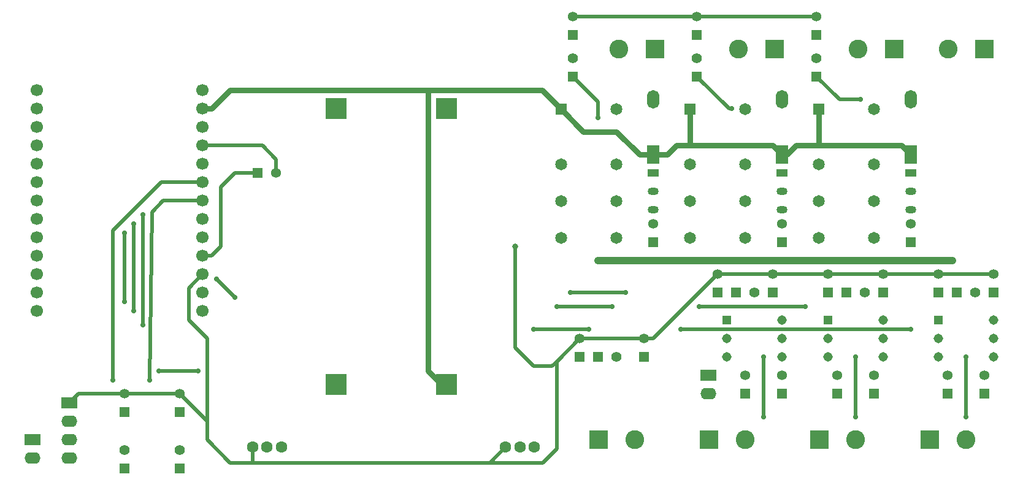
<source format=gbr>
G04 --- HEADER BEGIN --- *
G04 #@! TF.GenerationSoftware,LibrePCB,LibrePCB,1.3.0*
G04 #@! TF.CreationDate,2025-10-25T23:30:35*
G04 #@! TF.ProjectId,GateGuardian - Sommer Twist 350 Swing Gate,8a633c5c-b075-4c35-a81d-aba18a590e16,v1.1*
G04 #@! TF.Part,Single*
G04 #@! TF.SameCoordinates*
G04 #@! TF.FileFunction,Copper,L2,Bot*
G04 #@! TF.FilePolarity,Positive*
%FSLAX66Y66*%
%MOMM*%
G01*
G75*
G04 --- HEADER END --- *
G04 --- APERTURE LIST BEGIN --- *
G04 #@! TA.AperFunction,ComponentPad*
%ADD10C,1.36*%
%ADD11R,1.36X1.36*%
%ADD12C,1.7*%
%ADD13R,2.6X2.6*%
%ADD14C,2.6*%
%ADD15O,1.7X2.55*%
%ADD16R,1.7X2.55*%
%ADD17O,2.19X1.587*%
%ADD18R,2.19X1.587*%
%ADD19R,1.4X1.4*%
%ADD20C,1.4*%
%ADD21C,1.65*%
%ADD22R,1.65X1.65*%
%ADD23C,1.308*%
%ADD24R,1.308X1.308*%
%ADD25R,3.0X3.0*%
%ADD26O,1.5X1.05*%
%ADD27R,1.5X1.05*%
%ADD28C,1.6*%
G04 #@! TA.AperFunction,ViaPad*
%ADD29C,0.8*%
G04 #@! TA.AperFunction,Conductor*
%ADD30C,0.5*%
G04 #@! TA.AperFunction,ViaPad*
%ADD31C,0.7*%
%ADD32C,1.0*%
G04 #@! TA.AperFunction,Conductor*
%ADD33C,1.0*%
%ADD34C,0.8*%
G04 #@! TD*
G04 --- APERTURE LIST END --- *
G04 --- BOARD BEGIN --- *
D10*
G04 #@! TO.N,VCC*
G04 #@! TO.C,R14*
G04 #@! TO.P,R14,2,2*
X128270000Y29210000D03*
D11*
G04 #@! TO.N,NET_INPUT2*
G04 #@! TO.P,R14,1,1*
X128270000Y26670000D03*
D10*
G04 #@! TO.N,VCC*
G04 #@! TO.C,R8*
G04 #@! TO.P,R8,2,2*
X94932500Y64770000D03*
D11*
G04 #@! TO.N,N22*
G04 #@! TO.P,R8,1,1*
X94932500Y62230000D03*
D12*
G04 #@! TO.N,N38*
G04 #@! TO.C,U4*
G04 #@! TO.P,U4,24,IO0/PRG_LOW/ETH_CLK*
X3810000Y29210000D03*
G04 #@! TO.N,NET_INPUT2*
G04 #@! TO.P,U4,6,IO33/ADC1_CH5/TCH8*
X26670000Y36830000D03*
G04 #@! TO.N,NET_RESET*
G04 #@! TO.P,U4,4,ESP32_EN*
X26670000Y31750000D03*
G04 #@! TO.N,NET_5V_RAIL*
G04 #@! TO.P,U4,12,5V*
X26670000Y52070000D03*
G04 #@! TO.N,N5*
G04 #@! TO.P,U4,25,IO3/PRG_RX*
X3810000Y26670000D03*
G04 #@! TO.N,NET_SENSOR_1*
G04 #@! TO.P,U4,16,IO4/ADC2_CH0/TCH0*
X3810000Y49530000D03*
G04 #@! TO.N,NET_INPUT1*
G04 #@! TO.P,U4,5,IO32/ADC1_CH4/TCH9*
X26670000Y34290000D03*
G04 #@! TO.N,NET_INPUT4*
G04 #@! TO.P,U4,17,IO35/ADC1_CH7/INPUT_ONLY*
X3810000Y46990000D03*
G04 #@! TO.N,VCC*
G04 #@! TO.P,U4,10,3.3V_1*
X26670000Y46990000D03*
G04 #@! TO.N,N6*
G04 #@! TO.P,U4,26,IO1/PRG_TX*
X3810000Y24130000D03*
G04 #@! TO.N,N/C*
G04 #@! TO.P,U4,13,LINK_LED*
X26670000Y54610000D03*
G04 #@! TO.N,GND*
G04 #@! TO.P,U4,11,GND_1*
X26670000Y49530000D03*
G04 #@! TO.N,NET_LED1*
G04 #@! TO.P,U4,8,IO17/UART2_TX*
X26670000Y41910000D03*
G04 #@! TO.N,VCC*
G04 #@! TO.P,U4,3,3.3V_2*
X26670000Y29210000D03*
G04 #@! TO.N,NET_INPUT3*
G04 #@! TO.P,U4,21,IO36/ADC1_CH0/INPUT_ONLY*
X3810000Y36830000D03*
G04 #@! TO.N,N4*
G04 #@! TO.P,U4,22,IO39/ADC1_CH3/INPUT_ONLY*
X3810000Y34290000D03*
G04 #@! TO.N,GND*
G04 #@! TO.P,U4,23,GND_4*
X3810000Y31750000D03*
G04 #@! TO.N,NET_SENSOR_2*
G04 #@! TO.P,U4,15,IO2/ADC2_CH2/TCH2/PRG_FLOAT_OR_G*
X3810000Y52070000D03*
G04 #@! TO.N,NET_OUTPUT3*
G04 #@! TO.P,U4,18,IO12/ADC2_CH5/TCH5/BOOT_FLOAT_OR*
X3810000Y44450000D03*
G04 #@! TO.N,NET_LED2*
G04 #@! TO.P,U4,7,IO5/BOOT_FLOAT*
X26670000Y39370000D03*
G04 #@! TO.N,GND*
G04 #@! TO.P,U4,9,GND_5*
X26670000Y44450000D03*
G04 #@! TO.N,NET_OUTPUT2*
G04 #@! TO.P,U4,19,IO14/ADC2_CH6/TCH6*
X3810000Y41910000D03*
G04 #@! TO.N,N/C*
G04 #@! TO.P,U4,1,CLK_EN*
X26670000Y24130000D03*
G04 #@! TO.N,GND*
G04 #@! TO.P,U4,14,GND_2*
X3810000Y54610000D03*
G04 #@! TO.N,NET_OUTPUT1*
G04 #@! TO.P,U4,20,IO15/ADC2_CH3/TCH3*
X3810000Y39370000D03*
G04 #@! TO.N,GND*
G04 #@! TO.P,U4,2,GND_3*
X26670000Y26670000D03*
D13*
G04 #@! TO.N,N17*
G04 #@! TO.C,J4*
G04 #@! TO.P,J4,1,1*
X105687500Y60325000D03*
D14*
G04 #@! TO.N,N16*
G04 #@! TO.P,J4,2,2*
X100687500Y60325000D03*
D15*
G04 #@! TO.N,N29*
G04 #@! TO.C,D2*
G04 #@! TO.P,D2,2,A*
X106680000Y53340000D03*
D16*
G04 #@! TO.N,NET_5V_RAIL*
G04 #@! TO.P,D2,1,C*
X106680000Y45720000D03*
D10*
G04 #@! TO.N,N33*
G04 #@! TO.C,R12*
G04 #@! TO.P,R12,2,2*
X88900000Y36195000D03*
D11*
G04 #@! TO.N,NET_OUTPUT3*
G04 #@! TO.P,R12,1,1*
X88900000Y33655000D03*
D17*
G04 #@! TO.N,N38*
G04 #@! TO.C,J2*
G04 #@! TO.P,J2,2,2*
X3175000Y3810000D03*
D18*
G04 #@! TO.N,GND*
G04 #@! TO.P,J2,1,1*
X3175000Y6350000D03*
D10*
G04 #@! TO.N,VCC*
G04 #@! TO.C,R15*
G04 #@! TO.P,R15,2,2*
X78740000Y20320000D03*
D11*
G04 #@! TO.N,NET_INPUT4*
G04 #@! TO.P,R15,1,1*
X78740000Y17780000D03*
D19*
G04 #@! TO.C,GATE*
G04 #@! TO.P,GATE,C,C*
X81280000Y17780000D03*
D20*
G04 #@! TO.N,N31*
G04 #@! TO.P,GATE,A,A*
X83820000Y17780000D03*
D10*
G04 #@! TO.N,N45*
G04 #@! TO.C,R17*
G04 #@! TO.P,R17,2,2*
X101600000Y15240000D03*
D11*
G04 #@! TO.N,N37*
G04 #@! TO.P,R17,1,1*
X101600000Y12700000D03*
D13*
G04 #@! TO.N,NET_24V_RAIL*
G04 #@! TO.C,J11*
G04 #@! TO.P,J11,1,1*
X134580000Y60325000D03*
D14*
G04 #@! TO.N,GND*
G04 #@! TO.P,J11,2,2*
X129580000Y60325000D03*
D21*
G04 #@! TO.N,N1*
G04 #@! TO.C,K1*
G04 #@! TO.P,K1,4,COM1*
X111760000Y44340000D03*
G04 #@! TO.N,N20*
G04 #@! TO.P,K1,11,NC2*
X119380000Y39260000D03*
G04 #@! TO.N,N30*
G04 #@! TO.P,K1,16,COIL2*
X119380000Y51960000D03*
G04 #@! TO.N,GND*
G04 #@! TO.P,K1,9,NO2*
X119380000Y34180000D03*
G04 #@! TO.N,N20*
G04 #@! TO.P,K1,13,COM2*
X119380000Y44340000D03*
D22*
G04 #@! TO.N,NET_5V_RAIL*
G04 #@! TO.P,K1,1,COIL1*
X111760000Y51960000D03*
D21*
G04 #@! TO.N,N1*
G04 #@! TO.P,K1,6,NC1*
X111760000Y39260000D03*
G04 #@! TO.N,N15*
G04 #@! TO.P,K1,8,NO1*
X111760000Y34180000D03*
D23*
G04 #@! TO.N,GND*
G04 #@! TO.C,U1*
G04 #@! TO.P,U1,4,E*
X120650000Y17780000D03*
G04 #@! TO.N,N2*
G04 #@! TO.P,U1,2,K*
X113030000Y20320000D03*
D24*
G04 #@! TO.N,N11*
G04 #@! TO.P,U1,1,A*
X113030000Y22860000D03*
D23*
G04 #@! TO.N,NET_INPUT1*
G04 #@! TO.P,U1,5,C*
X120650000Y20320000D03*
G04 #@! TO.N,N/C*
G04 #@! TO.P,U1,3*
X113030000Y17780000D03*
G04 #@! TO.P,U1,6,B*
X120650000Y22860000D03*
G04 #@! TO.N,GND*
G04 #@! TO.C,U2*
G04 #@! TO.P,U2,4,E*
X135890000Y17780000D03*
G04 #@! TO.N,N14*
G04 #@! TO.P,U2,2,K*
X128270000Y20320000D03*
D24*
G04 #@! TO.N,N12*
G04 #@! TO.P,U2,1,A*
X128270000Y22860000D03*
D23*
G04 #@! TO.N,NET_INPUT2*
G04 #@! TO.P,U2,5,C*
X135890000Y20320000D03*
G04 #@! TO.N,N/C*
G04 #@! TO.P,U2,3*
X128270000Y17780000D03*
G04 #@! TO.P,U2,6,B*
X135890000Y22860000D03*
D19*
G04 #@! TO.N,NET_LED1*
G04 #@! TO.C,LED1*
G04 #@! TO.P,LED1,C,C*
X15875000Y2381250D03*
D20*
G04 #@! TO.N,N8*
G04 #@! TO.P,LED1,A,A*
X15875000Y4921250D03*
D17*
G04 #@! TO.N,GND*
G04 #@! TO.C,J1*
G04 #@! TO.P,J1,4,4*
X8255000Y3810000D03*
D18*
G04 #@! TO.N,VCC*
G04 #@! TO.P,J1,1,1*
X8255000Y11430000D03*
D17*
G04 #@! TO.N,N6*
G04 #@! TO.P,J1,3,3*
X8255000Y6350000D03*
G04 #@! TO.N,N5*
G04 #@! TO.P,J1,2,2*
X8255000Y8890000D03*
D19*
G04 #@! TO.N,N23*
G04 #@! TO.C,STOP*
G04 #@! TO.P,STOP,C,C*
X94932500Y56515000D03*
D20*
G04 #@! TO.N,N22*
G04 #@! TO.P,STOP,A,A*
X94932500Y59055000D03*
D10*
G04 #@! TO.N,VCC*
G04 #@! TO.C,R19*
G04 #@! TO.P,R19,2,2*
X97790000Y29210000D03*
D11*
G04 #@! TO.N,NET_INPUT3*
G04 #@! TO.P,R19,1,1*
X97790000Y26670000D03*
D15*
G04 #@! TO.N,N30*
G04 #@! TO.C,D1*
G04 #@! TO.P,D1,2,A*
X124460000Y53340000D03*
D16*
G04 #@! TO.N,NET_5V_RAIL*
G04 #@! TO.P,D1,1,C*
X124460000Y45720000D03*
D19*
G04 #@! TO.N,NET_INPUT1*
G04 #@! TO.C,LOCK*
G04 #@! TO.P,LOCK,C,C*
X115570000Y26670000D03*
D20*
G04 #@! TO.N,N9*
G04 #@! TO.P,LOCK,A,A*
X118110000Y26670000D03*
D17*
G04 #@! TO.N,N36*
G04 #@! TO.C,J12*
G04 #@! TO.P,J12,2,2*
X96520000Y12700000D03*
D18*
G04 #@! TO.N,N37*
G04 #@! TO.P,J12,1,1*
X96520000Y15240000D03*
D10*
G04 #@! TO.N,VCC*
G04 #@! TO.C,R21*
G04 #@! TO.P,R21,2,2*
X135890000Y29210000D03*
D11*
G04 #@! TO.N,N35*
G04 #@! TO.P,R21,1,1*
X135890000Y26670000D03*
D25*
G04 #@! TO.N,GND*
G04 #@! TO.C,U5*
G04 #@! TO.P,U5,GND1,GND1*
X45085000Y52070000D03*
G04 #@! TO.N,NET_24V_RAIL*
G04 #@! TO.P,U5,IN,IN*
X60325000Y52070000D03*
G04 #@! TO.N,GND*
G04 #@! TO.P,U5,GND2,GND2*
X45085000Y13970000D03*
G04 #@! TO.N,NET_5V_RAIL*
G04 #@! TO.P,U5,OUT,OUT*
X60325000Y13970000D03*
D10*
G04 #@! TO.N,N26*
G04 #@! TO.C,R10*
G04 #@! TO.P,R10,2,2*
X124460000Y36195000D03*
D11*
G04 #@! TO.N,NET_OUTPUT1*
G04 #@! TO.P,R10,1,1*
X124460000Y33655000D03*
D10*
G04 #@! TO.N,N11*
G04 #@! TO.C,R4*
G04 #@! TO.P,R4,2,2*
X119380000Y15240000D03*
D11*
G04 #@! TO.N,N3*
G04 #@! TO.P,R4,1,1*
X119380000Y12700000D03*
D10*
G04 #@! TO.N,N12*
G04 #@! TO.C,R6*
G04 #@! TO.P,R6,2,2*
X134620000Y15240000D03*
D11*
G04 #@! TO.N,N13*
G04 #@! TO.P,R6,1,1*
X134620000Y12700000D03*
D19*
G04 #@! TO.N,N24*
G04 #@! TO.C,CLOSE*
G04 #@! TO.P,CLOSE,C,C*
X77787500Y56515000D03*
D20*
G04 #@! TO.N,N25*
G04 #@! TO.P,CLOSE,A,A*
X77787500Y59055000D03*
D21*
G04 #@! TO.N,N18*
G04 #@! TO.C,K3*
G04 #@! TO.P,K3,4,COM1*
X76200000Y44340000D03*
G04 #@! TO.N,N24*
G04 #@! TO.P,K3,11,NC2*
X83820000Y39260000D03*
G04 #@! TO.N,N27*
G04 #@! TO.P,K3,16,COIL2*
X83820000Y51960000D03*
G04 #@! TO.N,GND*
G04 #@! TO.P,K3,9,NO2*
X83820000Y34180000D03*
G04 #@! TO.N,N24*
G04 #@! TO.P,K3,13,COM2*
X83820000Y44340000D03*
D22*
G04 #@! TO.N,NET_5V_RAIL*
G04 #@! TO.P,K3,1,COIL1*
X76200000Y51960000D03*
D21*
G04 #@! TO.N,N18*
G04 #@! TO.P,K3,6,NC1*
X76200000Y39260000D03*
G04 #@! TO.N,N19*
G04 #@! TO.P,K3,8,NO1*
X76200000Y34180000D03*
D10*
G04 #@! TO.N,N45*
G04 #@! TO.C,R18*
G04 #@! TO.P,R18,2,2*
X106680000Y15240000D03*
D11*
G04 #@! TO.N,N36*
G04 #@! TO.P,R18,1,1*
X106680000Y12700000D03*
D10*
G04 #@! TO.N,VCC*
G04 #@! TO.C,R9*
G04 #@! TO.P,R9,2,2*
X77787500Y64770000D03*
D11*
G04 #@! TO.N,N25*
G04 #@! TO.P,R9,1,1*
X77787500Y62230000D03*
D10*
G04 #@! TO.N,VCC*
G04 #@! TO.C,R22*
G04 #@! TO.P,R22,2,2*
X105410000Y29210000D03*
D11*
G04 #@! TO.N,N39*
G04 #@! TO.P,R22,1,1*
X105410000Y26670000D03*
D26*
G04 #@! TO.N,N33*
G04 #@! TO.C,Q3*
G04 #@! TO.P,Q3,2,B*
X88900000Y40640000D03*
G04 #@! TO.N,GND*
G04 #@! TO.P,Q3,3,E*
X88900000Y38100000D03*
D27*
G04 #@! TO.N,N27*
G04 #@! TO.P,Q3,1,C*
X88900000Y43180000D03*
D28*
G04 #@! TO.N,VCC*
G04 #@! TO.C,J15*
G04 #@! TO.P,J15,3,3*
X68485000Y5312500D03*
G04 #@! TO.N,GND*
G04 #@! TO.P,J15,1,1*
X72485000Y5312500D03*
G04 #@! TO.N,NET_SENSOR_2*
G04 #@! TO.P,J15,2,2*
X70485000Y5312500D03*
D26*
G04 #@! TO.N,N26*
G04 #@! TO.C,Q1*
G04 #@! TO.P,Q1,2,B*
X124460000Y40640000D03*
G04 #@! TO.N,GND*
G04 #@! TO.P,Q1,3,E*
X124460000Y38100000D03*
D27*
G04 #@! TO.N,N30*
G04 #@! TO.P,Q1,1,C*
X124460000Y43180000D03*
D13*
G04 #@! TO.N,N19*
G04 #@! TO.C,J5*
G04 #@! TO.P,J5,1,1*
X89177500Y60325000D03*
D14*
G04 #@! TO.N,N18*
G04 #@! TO.P,J5,2,2*
X84177500Y60325000D03*
D26*
G04 #@! TO.N,N34*
G04 #@! TO.C,Q2*
G04 #@! TO.P,Q2,2,B*
X106680000Y40640000D03*
G04 #@! TO.N,GND*
G04 #@! TO.P,Q2,3,E*
X106680000Y38100000D03*
D27*
G04 #@! TO.N,N29*
G04 #@! TO.P,Q2,1,C*
X106680000Y43180000D03*
D10*
G04 #@! TO.N,VCC*
G04 #@! TO.C,R25*
G04 #@! TO.P,R25,2,2*
X36830000Y43180000D03*
D11*
G04 #@! TO.N,NET_RESET*
G04 #@! TO.P,R25,1,1*
X34290000Y43180000D03*
D10*
G04 #@! TO.N,VCC*
G04 #@! TO.C,R23*
G04 #@! TO.P,R23,2,2*
X87630000Y20320000D03*
D11*
G04 #@! TO.N,N31*
G04 #@! TO.P,R23,1,1*
X87630000Y17780000D03*
D19*
G04 #@! TO.N,NET_INPUT3*
G04 #@! TO.C,EYE*
G04 #@! TO.P,EYE,C,C*
X100330000Y26670000D03*
D20*
G04 #@! TO.N,N39*
G04 #@! TO.P,EYE,A,A*
X102870000Y26670000D03*
D13*
G04 #@! TO.N,N36*
G04 #@! TO.C,J8*
G04 #@! TO.P,J8,1,1*
X96560000Y6350000D03*
D14*
G04 #@! TO.N,N41*
G04 #@! TO.P,J8,2,2*
X101560000Y6350000D03*
D15*
G04 #@! TO.N,N27*
G04 #@! TO.C,D3*
G04 #@! TO.P,D3,2,A*
X88900000Y53340000D03*
D16*
G04 #@! TO.N,NET_5V_RAIL*
G04 #@! TO.P,D3,1,C*
X88900000Y45720000D03*
D10*
G04 #@! TO.N,VCC*
G04 #@! TO.C,R2*
G04 #@! TO.P,R2,2,2*
X23495000Y12700000D03*
D11*
G04 #@! TO.N,N7*
G04 #@! TO.P,R2,1,1*
X23495000Y10160000D03*
D10*
G04 #@! TO.N,N12*
G04 #@! TO.C,R5*
G04 #@! TO.P,R5,2,2*
X129540000Y15240000D03*
D11*
G04 #@! TO.N,N13*
G04 #@! TO.P,R5,1,1*
X129540000Y12700000D03*
D28*
G04 #@! TO.N,VCC*
G04 #@! TO.C,J10*
G04 #@! TO.P,J10,3,3*
X33560000Y5312500D03*
G04 #@! TO.N,GND*
G04 #@! TO.P,J10,1,1*
X37560000Y5312500D03*
G04 #@! TO.N,NET_SENSOR_1*
G04 #@! TO.P,J10,2,2*
X35560000Y5312500D03*
D21*
G04 #@! TO.N,N16*
G04 #@! TO.C,K2*
G04 #@! TO.P,K2,4,COM1*
X93980000Y44340000D03*
G04 #@! TO.N,N23*
G04 #@! TO.P,K2,11,NC2*
X101600000Y39260000D03*
G04 #@! TO.N,N29*
G04 #@! TO.P,K2,16,COIL2*
X101600000Y51960000D03*
G04 #@! TO.N,GND*
G04 #@! TO.P,K2,9,NO2*
X101600000Y34180000D03*
G04 #@! TO.N,N23*
G04 #@! TO.P,K2,13,COM2*
X101600000Y44340000D03*
D22*
G04 #@! TO.N,NET_5V_RAIL*
G04 #@! TO.P,K2,1,COIL1*
X93980000Y51960000D03*
D21*
G04 #@! TO.N,N16*
G04 #@! TO.P,K2,6,NC1*
X93980000Y39260000D03*
G04 #@! TO.N,N17*
G04 #@! TO.P,K2,8,NO1*
X93980000Y34180000D03*
D10*
G04 #@! TO.N,VCC*
G04 #@! TO.C,R7*
G04 #@! TO.P,R7,2,2*
X111442500Y64770000D03*
D11*
G04 #@! TO.N,N21*
G04 #@! TO.P,R7,1,1*
X111442500Y62230000D03*
D19*
G04 #@! TO.N,NET_LED2*
G04 #@! TO.C,LED2*
G04 #@! TO.P,LED2,C,C*
X23495000Y2381250D03*
D20*
G04 #@! TO.N,N7*
G04 #@! TO.P,LED2,A,A*
X23495000Y4921250D03*
D10*
G04 #@! TO.N,VCC*
G04 #@! TO.C,R13*
G04 #@! TO.P,R13,2,2*
X113030000Y29210000D03*
D11*
G04 #@! TO.N,NET_INPUT1*
G04 #@! TO.P,R13,1,1*
X113030000Y26670000D03*
D10*
G04 #@! TO.N,VCC*
G04 #@! TO.C,R20*
G04 #@! TO.P,R20,2,2*
X120650000Y29210000D03*
D11*
G04 #@! TO.N,N9*
G04 #@! TO.P,R20,1,1*
X120650000Y26670000D03*
D13*
G04 #@! TO.N,N13*
G04 #@! TO.C,J7*
G04 #@! TO.P,J7,1,1*
X127040000Y6350000D03*
D14*
G04 #@! TO.N,N14*
G04 #@! TO.P,J7,2,2*
X132040000Y6350000D03*
D13*
G04 #@! TO.N,N3*
G04 #@! TO.C,J6*
G04 #@! TO.P,J6,1,1*
X111800000Y6350000D03*
D14*
G04 #@! TO.N,N2*
G04 #@! TO.P,J6,2,2*
X116800000Y6350000D03*
D13*
G04 #@! TO.N,N15*
G04 #@! TO.C,J3*
G04 #@! TO.P,J3,1,1*
X122197500Y60325000D03*
D14*
G04 #@! TO.N,N1*
G04 #@! TO.P,J3,2,2*
X117197500Y60325000D03*
D23*
G04 #@! TO.N,GND*
G04 #@! TO.C,U3*
G04 #@! TO.P,U3,4,E*
X106680000Y17780000D03*
G04 #@! TO.N,N41*
G04 #@! TO.P,U3,2,K*
X99060000Y20320000D03*
D24*
G04 #@! TO.N,N45*
G04 #@! TO.P,U3,1,A*
X99060000Y22860000D03*
D23*
G04 #@! TO.N,NET_INPUT3*
G04 #@! TO.P,U3,5,C*
X106680000Y20320000D03*
G04 #@! TO.N,N/C*
G04 #@! TO.P,U3,3*
X99060000Y17780000D03*
G04 #@! TO.P,U3,6,B*
X106680000Y22860000D03*
D19*
G04 #@! TO.N,N20*
G04 #@! TO.C,OPEN*
G04 #@! TO.P,OPEN,C,C*
X111442500Y56515000D03*
D20*
G04 #@! TO.N,N21*
G04 #@! TO.P,OPEN,A,A*
X111442500Y59055000D03*
D10*
G04 #@! TO.N,N11*
G04 #@! TO.C,R3*
G04 #@! TO.P,R3,2,2*
X114300000Y15240000D03*
D11*
G04 #@! TO.N,N3*
G04 #@! TO.P,R3,1,1*
X114300000Y12700000D03*
D19*
G04 #@! TO.N,NET_INPUT2*
G04 #@! TO.C,LIGHT*
G04 #@! TO.P,LIGHT,C,C*
X130810000Y26670000D03*
D20*
G04 #@! TO.N,N35*
G04 #@! TO.P,LIGHT,A,A*
X133350000Y26670000D03*
D10*
G04 #@! TO.N,VCC*
G04 #@! TO.C,R1*
G04 #@! TO.P,R1,2,2*
X15875000Y12700000D03*
D11*
G04 #@! TO.N,N8*
G04 #@! TO.P,R1,1,1*
X15875000Y10160000D03*
D13*
G04 #@! TO.N,NET_INPUT4*
G04 #@! TO.C,J9*
G04 #@! TO.P,J9,1,1*
X81320000Y6350000D03*
D14*
G04 #@! TO.N,GND*
G04 #@! TO.P,J9,2,2*
X86320000Y6350000D03*
D10*
G04 #@! TO.N,N34*
G04 #@! TO.C,R11*
G04 #@! TO.P,R11,2,2*
X106680000Y36195000D03*
D11*
G04 #@! TO.N,NET_OUTPUT2*
G04 #@! TO.P,R11,1,1*
X106680000Y33655000D03*
D29*
G04 #@! TD.C*
G04 #@! TD.P*
G04 #@! TO.N,VCC*
X69850000Y33020000D03*
D30*
X94932500Y64770000D02*
X111442500Y64770000D01*
X69850000Y24130000D02*
X69850000Y20320000D01*
X15875000Y12700000D02*
X9525000Y12700000D01*
X113030000Y29210000D02*
X105410000Y29210000D01*
X33560000Y5312500D02*
X33560000Y3270000D01*
X66347500Y3175000D02*
X73660000Y3175000D01*
X26670000Y46990000D02*
X34925000Y46990000D01*
X135890000Y29210000D02*
X128270000Y29210000D01*
X69850000Y33020000D02*
X69850000Y24130000D01*
X66347500Y3175000D02*
X68485000Y5312500D01*
X88900000Y20320000D02*
X97790000Y29210000D01*
X27305000Y8890000D02*
X27305000Y6350000D01*
X128270000Y29210000D02*
X120650000Y29210000D01*
X33655000Y3175000D02*
X66347500Y3175000D01*
X69850000Y19050000D02*
X72390000Y16510000D01*
X33655000Y3175000D02*
X30480000Y3175000D01*
X105410000Y29210000D02*
X97790000Y29210000D01*
X74930000Y16510000D02*
X75565000Y17145000D01*
X27305000Y8890000D02*
X23495000Y12700000D01*
X27305000Y8890000D02*
X27305000Y20320000D01*
X87630000Y20320000D02*
X88900000Y20320000D01*
X75565000Y5080000D02*
X75565000Y17145000D01*
X69850000Y20320000D02*
X69850000Y19050000D01*
X24765000Y22860000D02*
X24765000Y27305000D01*
X87630000Y20320000D02*
X78740000Y20320000D01*
X27305000Y6350000D02*
X30480000Y3175000D01*
X36830000Y43180000D02*
X36830000Y45085000D01*
X24765000Y27305000D02*
X26670000Y29210000D01*
X9525000Y12700000D02*
X8255000Y11430000D01*
X120650000Y29210000D02*
X113030000Y29210000D01*
X24765000Y22860000D02*
X27305000Y20320000D01*
X23495000Y12700000D02*
X15875000Y12700000D01*
X33560000Y3270000D02*
X33655000Y3175000D01*
X72390000Y16510000D02*
X74930000Y16510000D01*
X75565000Y17145000D02*
X78740000Y20320000D01*
X36830000Y45085000D02*
X34925000Y46990000D01*
X73660000Y3175000D02*
X75565000Y5080000D01*
X77787500Y64770000D02*
X94932500Y64770000D01*
D31*
G04 #@! TO.N,NET_INPUT4*
X20637500Y15875000D03*
X26035000Y15875000D03*
X15875000Y25400000D03*
X15875000Y34925000D03*
D30*
X15875000Y25400000D02*
X15875000Y34925000D01*
X26035000Y15875000D02*
X20637500Y15875000D01*
G04 #@! TO.N,NET_RESET*
X29210000Y33020000D02*
X29210000Y41275000D01*
X26670000Y31750000D02*
X27940000Y31750000D01*
X34290000Y43180000D02*
X31115000Y43180000D01*
X29210000Y41275000D02*
X31115000Y43180000D01*
X27940000Y31750000D02*
X29210000Y33020000D01*
D31*
G04 #@! TO.N,NET_SENSOR_1*
X17145000Y36195000D03*
X17145000Y24130000D03*
D30*
X17145000Y24130000D02*
X17145000Y36195000D01*
D31*
G04 #@! TO.N,N20*
X117475000Y53340000D03*
D30*
X114617500Y53340000D02*
X111442500Y56515000D01*
X117475000Y53340000D02*
X114617500Y53340000D01*
D31*
G04 #@! TO.N,NET_INPUT3*
X85090000Y26670000D03*
X77470000Y26670000D03*
D30*
X77470000Y26670000D02*
X85090000Y26670000D01*
D31*
G04 #@! TO.N,N2*
X116800000Y17740000D03*
X116800000Y9485000D03*
D30*
X116800000Y17740000D02*
X116800000Y9485000D01*
D31*
G04 #@! TO.N,NET_LED1*
X14287500Y14605000D03*
D30*
X14287500Y14605000D02*
X14287500Y35242500D01*
X20955000Y41910000D02*
X14287500Y35242500D01*
X26670000Y41910000D02*
X20955000Y41910000D01*
D31*
G04 #@! TO.N,NET_INPUT2*
X124460000Y21590000D03*
X92710000Y21590000D03*
X80010000Y21590000D03*
X72390000Y21590000D03*
D30*
X72390000Y21590000D02*
X80010000Y21590000D01*
X92710000Y21590000D02*
X124460000Y21590000D01*
D31*
G04 #@! TO.N,N41*
X104140000Y17780000D03*
X104140000Y9525000D03*
D30*
X104140000Y17780000D02*
X104140000Y9525000D01*
D31*
G04 #@! TO.N,NET_LED2*
X19367500Y14605000D03*
D30*
X19367500Y14605000D02*
X19685000Y37782500D01*
X19685000Y37782500D02*
X21272500Y39370000D01*
X26670000Y39370000D02*
X21272500Y39370000D01*
D31*
G04 #@! TO.N,NET_INPUT1*
X28575000Y28575000D03*
X95250000Y24765000D03*
X83185000Y24765000D03*
X109855000Y24765000D03*
X75565000Y24765000D03*
X31115000Y26035000D03*
D30*
X29210000Y27940000D02*
X31115000Y26035000D01*
X95250000Y24765000D02*
X109855000Y24765000D01*
X75565000Y24765000D02*
X83185000Y24765000D01*
X28575000Y28575000D02*
X29210000Y27940000D01*
D32*
G04 #@! TO.N,NET_24V_RAIL*
X130175000Y31115000D03*
X81280000Y31115000D03*
D33*
X81280000Y31115000D02*
X130175000Y31115000D01*
D34*
G04 #@! TO.N,NET_5V_RAIL*
X93980000Y46990000D02*
X105410000Y46990000D01*
X27940000Y52070000D02*
X30480000Y54610000D01*
X79265000Y48895000D02*
X76200000Y51960000D01*
X90805000Y45720000D02*
X92075000Y46990000D01*
X83820000Y48895000D02*
X79265000Y48895000D01*
X123190000Y46990000D02*
X124460000Y45720000D01*
X111760000Y46990000D02*
X123190000Y46990000D01*
X93980000Y46990000D02*
X93980000Y51960000D01*
X88900000Y45720000D02*
X86995000Y45720000D01*
X105410000Y46990000D02*
X106680000Y45720000D01*
X57785000Y54610000D02*
X73550000Y54610000D01*
X111760000Y46990000D02*
X108585000Y46990000D01*
X88900000Y45720000D02*
X90805000Y45720000D01*
X57785000Y15875000D02*
X59690000Y13970000D01*
X107315000Y45720000D02*
X108585000Y46990000D01*
X26670000Y52070000D02*
X27940000Y52070000D01*
X86995000Y45720000D02*
X83820000Y48895000D01*
X73550000Y54610000D02*
X76200000Y51960000D01*
X57785000Y54610000D02*
X30480000Y54610000D01*
X106680000Y45720000D02*
X107315000Y45720000D01*
X57785000Y54610000D02*
X57785000Y15875000D01*
X111760000Y46990000D02*
X111760000Y51960000D01*
X93980000Y46990000D02*
X92075000Y46990000D01*
D30*
X59690000Y13970000D02*
X60325000Y13970000D01*
D31*
G04 #@! TO.N,N24*
X81280000Y50800000D03*
D30*
X81280000Y50800000D02*
X81280000Y53022500D01*
X81280000Y53022500D02*
X77787500Y56515000D01*
D31*
G04 #@! TO.N,NET_SENSOR_2*
X18415000Y22225000D03*
X18415000Y37465000D03*
D30*
X18415000Y22225000D02*
X18415000Y37465000D01*
D31*
G04 #@! TO.N,N14*
X132040000Y17740000D03*
X132040000Y9485000D03*
D30*
X132040000Y17740000D02*
X132040000Y9485000D01*
D31*
G04 #@! TO.N,N23*
X99695000Y52070000D03*
D30*
X99695000Y52070000D02*
X99377500Y52070000D01*
X99377500Y52070000D02*
X94932500Y56515000D01*
G04 --- BOARD END --- *
G04 #@! TF.MD5,7fed9d0ad14c3b9fcb66d18a9dd9e201*
M02*

</source>
